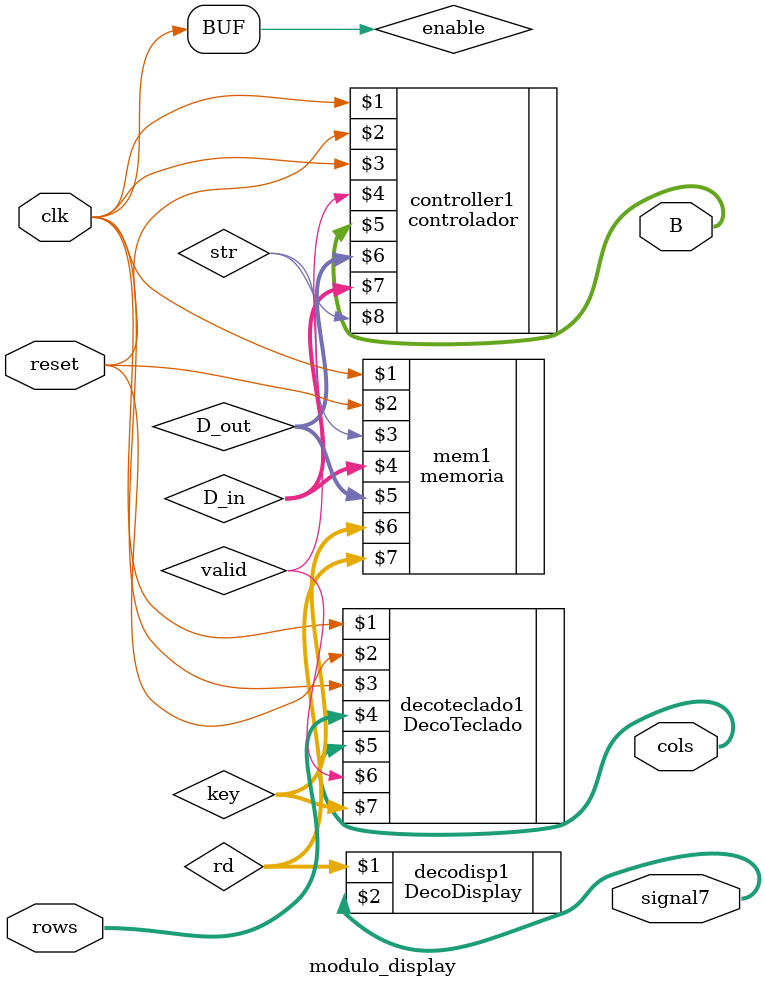
<source format=sv>
`timescale 1ns / 1ps


module modulo_display(
    input logic clk,
    input logic reset,
    (* mark_debug = "true" *)input logic [3:0] rows,
    (* mark_debug = "true" *)output logic [3:0] cols,
    (* mark_debug = "true" *)output logic [2:0] B,
    (* mark_debug = "true" *)output logic [6:0] signal7
    );
    (* mark_debug = "true" *)logic enable,valid,str;
    (* mark_debug = "true" *)logic [4:0] key,rd;
    (* mark_debug = "true" *)logic [1:0] D_out, D_in;
    assign enable = clk;
    //strobe str1(clk,reset,enable);
    DecoTeclado decoteclado1(clk,reset,enable,rows,cols,valid,key);
    controlador controller1(clk,reset,enable,valid,B,D_out,D_in,str);
    memoria mem1(clk,reset,str,D_in,D_out,key,rd);
    DecoDisplay decodisp1(rd,signal7);
    
endmodule

</source>
